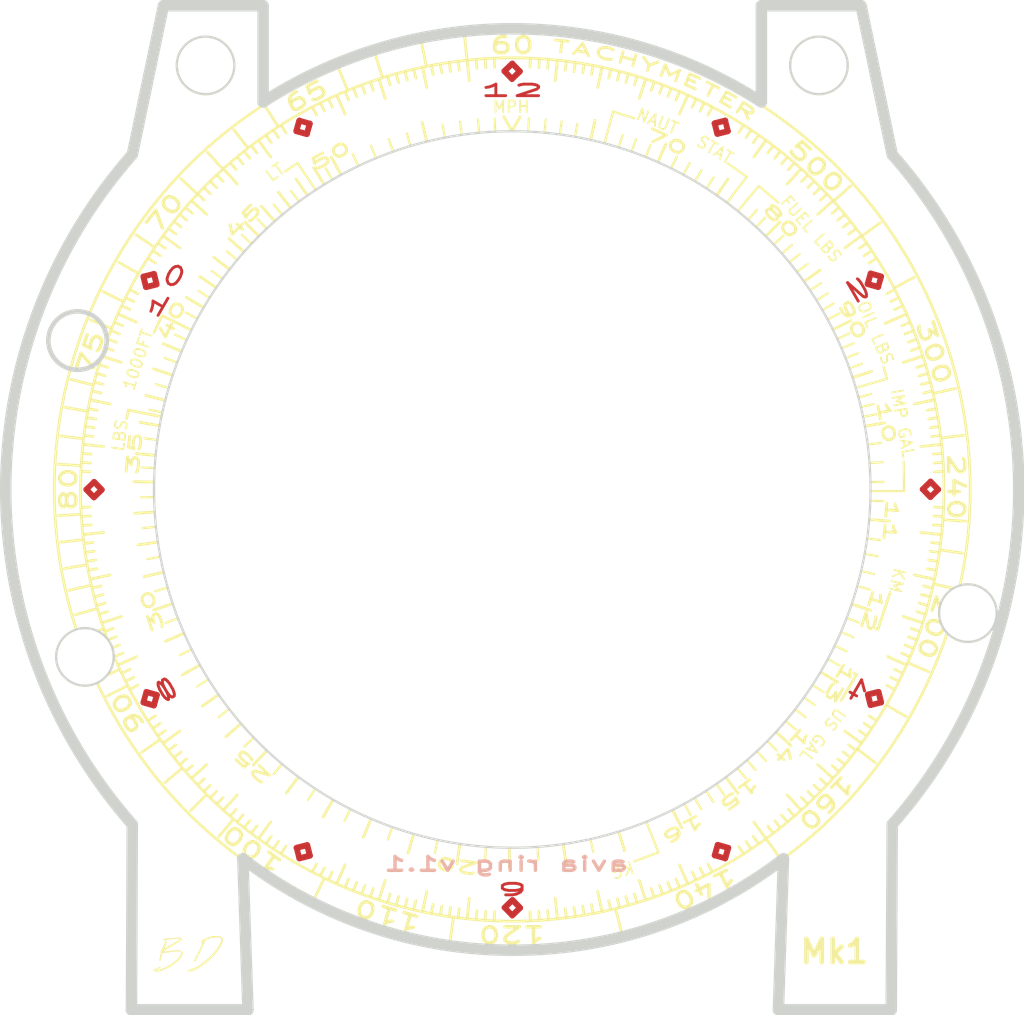
<source format=kicad_pcb>
(kicad_pcb (version 20211014) (generator pcbnew)
  (layers (0 "F.Cu" signal) (31 "B.Cu" signal) (34 "B.Paste" user) (35 "F.Paste" user) (36 "B.SilkS" user "B.Silkscreen") (37 "F.SilkS" user "F.Silkscreen") (38 "B.Mask" user) (39 "F.Mask" user) (44 "Edge.Cuts" user))
  (net 0 "")
  (footprint "BartLib_Logo:BD_small 3.5x2.6" (layer "F.Cu") (at 137.069147 115.256866)
    (fp_text reference "G***" hide)
    (fp_text value "LOGO" hide)
  )
  (gr_line (start 160.39 111.12147) (end 160.519449 110.665682) (layer "F.Cu") (width 0.25))
  (gr_line (start 166.702021 104.465788) (end 166.586233 104.006339) (layer "F.Cu") (width 0.25))
  (gr_line (start 166.705682 85.720551) (end 166.576233 86.176339) (layer "F.Cu") (width 0.25))
  (gr_line (start 151.14 113.6) (end 151.48 113.27) (layer "F.Cu") (width 0.25))
  (gr_line (start 160.39 79.07853) (end 159.930551 79.194318) (layer "F.Cu") (width 0.25))
  (gr_line (start 150.81 113.26) (end 151.15 112.93) (layer "F.Cu") (width 0.25))
  (gr_line (start 169.64 95.1) (end 169.31 94.76) (layer "F.Cu") (width 0.25))
  (gr_line (start 159.934212 110.992021) (end 160.063661 110.536233) (layer "F.Cu") (width 0.25))
  (gr_line (start 151.14 113.6) (end 151.48 113.27) (layer "F.Cu") (width 0.25))
  (gr_line (start 166.705682 85.720551) (end 166.576233 86.176339) (layer "F.Cu") (width 0.25))
  (gr_line (start 160.39 111.12147) (end 160.519449 110.665682) (layer "F.Cu") (width 0.25))
  (gr_line (start 160.39 79.07853) (end 159.930551 79.194318) (layer "F.Cu") (width 0.25))
  (gr_line (start 167.16147 104.35) (end 167.045682 103.890551) (layer "F.Cu") (width 0.25))
  (gr_line (start 132.64 95.1) (end 132.98 94.77) (layer "F.Cu") (width 0.25))
  (gr_line (start 151.14 76.6) (end 151.47 76.94) (layer "F.Cu") (width 0.25))
  (gr_line (start 160.519449 110.665682) (end 160.063661 110.536233) (layer "F.Cu") (width 0.25))
  (gr_line (start 135.577979 85.734212) (end 135.693767 86.193661) (layer "F.Cu") (width 0.25))
  (gr_line (start 169.64 95.1) (end 169.3 95.43) (layer "F.Cu") (width 0.25))
  (gr_line (start 167.16147 85.85) (end 166.705682 85.720551) (layer "F.Cu") (width 0.25))
  (gr_line (start 135.11853 85.85) (end 135.577979 85.734212) (layer "F.Cu") (width 0.25))
  (gr_line (start 142.349449 111.005682) (end 142.233661 110.546233) (layer "F.Cu") (width 0.25))
  (gr_line (start 142.345788 79.207979) (end 142.216339 79.663767) (layer "F.Cu") (width 0.25))
  (gr_line (start 141.774212 110.662021) (end 142.233661 110.546233) (layer "F.Cu") (width 0.25))
  (gr_line (start 150.8 76.93) (end 151.13 77.27) (layer "F.Cu") (width 0.25))
  (gr_line (start 169.64 95.1) (end 169.31 94.76) (layer "F.Cu") (width 0.25))
  (gr_line (start 135.247979 103.894212) (end 135.703767 104.023661) (layer "F.Cu") (width 0.25))
  (gr_line (start 135.247979 103.894212) (end 135.703767 104.023661) (layer "F.Cu") (width 0.25))
  (gr_line (start 167.16147 104.35) (end 166.702021 104.465788) (layer "F.Cu") (width 0.25))
  (gr_line (start 141.89 111.12147) (end 142.349449 111.005682) (layer "F.Cu") (width 0.25))
  (gr_line (start 160.39 111.12147) (end 160.519449 110.665682) (layer "F.Cu") (width 0.25))
  (gr_line (start 142.349449 111.005682) (end 142.233661 110.546233) (layer "F.Cu") (width 0.25))
  (gr_line (start 160.39 79.07853) (end 159.930551 79.194318) (layer "F.Cu") (width 0.25))
  (gr_line (start 135.11853 85.85) (end 135.234318 86.309449) (layer "F.Cu") (width 0.25))
  (gr_line (start 167.032021 86.305788) (end 166.576233 86.176339) (layer "F.Cu") (width 0.25))
  (gr_line (start 132.98 94.77) (end 133.31 95.11) (layer "F.Cu") (width 0.25))
  (gr_line (start 132.98 94.77) (end 133.31 95.11) (layer "F.Cu") (width 0.25))
  (gr_line (start 167.032021 86.305788) (end 166.576233 86.176339) (layer "F.Cu") (width 0.25))
  (gr_line (start 160.39 111.12147) (end 159.934212 110.992021) (layer "F.Cu") (width 0.25))
  (gr_line (start 151.14 113.6) (end 150.81 113.26) (layer "F.Cu") (width 0.25))
  (gr_line (start 151.14 76.6) (end 150.8 76.93) (layer "F.Cu") (width 0.25))
  (gr_line (start 141.774212 110.662021) (end 142.233661 110.546233) (layer "F.Cu") (width 0.25))
  (gr_line (start 132.64 95.1) (end 132.97 95.44) (layer "F.Cu") (width 0.25))
  (gr_line (start 141.760551 79.534318) (end 142.216339 79.663767) (layer "F.Cu") (width 0.25))
  (gr_line (start 151.47 76.94) (end 151.13 77.27) (layer "F.Cu") (width 0.25))
  (gr_line (start 135.577979 85.734212) (end 135.693767 86.193661) (layer "F.Cu") (width 0.25))
  (gr_line (start 151.48 113.27) (end 151.15 112.93) (layer "F.Cu") (width 0.25))
  (gr_line (start 150.81 113.26) (end 151.15 112.93) (layer "F.Cu") (width 0.25))
  (gr_line (start 141.89 79.07853) (end 141.760551 79.534318) (layer "F.Cu") (width 0.25))
  (gr_line (start 135.574318 104.479449) (end 135.703767 104.023661) (layer "F.Cu") (width 0.25))
  (gr_line (start 151.47 76.94) (end 151.13 77.27) (layer "F.Cu") (width 0.25))
  (gr_line (start 132.64 95.1) (end 132.97 95.44) (layer "F.Cu") (width 0.25))
  (gr_line (start 159.934212 110.992021) (end 160.063661 110.536233) (layer "F.Cu") (width 0.25))
  (gr_line (start 159.930551 79.194318) (end 160.046339 79.653767) (layer "F.Cu") (width 0.25))
  (gr_line (start 132.64 95.1) (end 132.97 95.44) (layer "F.Cu") (width 0.25))
  (gr_line (start 160.505788 79.537979) (end 160.046339 79.653767) (layer "F.Cu") (width 0.25))
  (gr_line (start 167.032021 86.305788) (end 166.576233 86.176339) (layer "F.Cu") (width 0.25))
  (gr_line (start 135.234318 86.309449) (end 135.693767 86.193661) (layer "F.Cu") (width 0.25))
  (gr_line (start 135.11853 104.35) (end 135.574318 104.479449) (layer "F.Cu") (width 0.25))
  (gr_line (start 160.519449 110.665682) (end 160.063661 110.536233) (layer "F.Cu") (width 0.25))
  (gr_line (start 150.81 113.26) (end 151.15 112.93) (layer "F.Cu") (width 0.25))
  (gr_line (start 151.48 113.27) (end 151.15 112.93) (layer "F.Cu") (width 0.25))
  (gr_line (start 166.702021 104.465788) (end 166.586233 104.006339) (layer "F.Cu") (width 0.25))
  (gr_line (start 169.31 94.76) (end 168.97 95.09) (layer "F.Cu") (width 0.25))
  (gr_line (start 135.234318 86.309449) (end 135.693767 86.193661) (layer "F.Cu") (width 0.25))
  (gr_line (start 169.3 95.43) (end 168.97 95.09) (layer "F.Cu") (width 0.25))
  (gr_line (start 167.16147 85.85) (end 167.032021 86.305788) (layer "F.Cu") (width 0.25))
  (gr_line (start 141.89 111.12147) (end 142.349449 111.005682) (layer "F.Cu") (width 0.25))
  (gr_line (start 141.89 79.07853) (end 142.345788 79.207979) (layer "F.Cu") (width 0.25))
  (gr_line (start 167.045682 103.890551) (end 166.586233 104.006339) (layer "F.Cu") (width 0.25))
  (gr_line (start 141.760551 79.534318) (end 142.216339 79.663767) (layer "F.Cu") (width 0.25))
  (gr_line (start 135.11853 104.35) (end 135.247979 103.894212) (layer "F.Cu") (width 0.25))
  (gr_line (start 167.16147 104.35) (end 167.045682 103.890551) (layer "F.Cu") (width 0.25))
  (gr_line (start 141.89 79.07853) (end 141.760551 79.534318) (layer "F.Cu") (width 0.25))
  (gr_line (start 142.345788 79.207979) (end 142.216339 79.663767) (layer "F.Cu") (width 0.25))
  (gr_line (start 167.16147 104.35) (end 167.045682 103.890551) (layer "F.Cu") (width 0.25))
  (gr_line (start 167.045682 103.890551) (end 166.586233 104.006339) (layer "F.Cu") (width 0.25))
  (gr_line (start 151.48 113.27) (end 151.15 112.93) (layer "F.Cu") (width 0.25))
  (gr_line (start 132.97 95.44) (end 133.31 95.11) (layer "F.Cu") (width 0.25))
  (gr_line (start 169.31 94.76) (end 168.97 95.09) (layer "F.Cu") (width 0.25))
  (gr_line (start 160.39 79.07853) (end 160.505788 79.537979) (layer "F.Cu") (width 0.25))
  (gr_line (start 169.3 95.43) (end 168.97 95.09) (layer "F.Cu") (width 0.25))
  (gr_line (start 135.247979 103.894212) (end 135.703767 104.023661) (layer "F.Cu") (width 0.25))
  (gr_line (start 166.702021 104.465788) (end 166.586233 104.006339) (layer "F.Cu") (width 0.25))
  (gr_line (start 151.47 76.94) (end 151.13 77.27) (layer "F.Cu") (width 0.25))
  (gr_line (start 132.98 94.77) (end 133.31 95.11) (layer "F.Cu") (width 0.25))
  (gr_line (start 166.705682 85.720551) (end 166.576233 86.176339) (layer "F.Cu") (width 0.25))
  (gr_line (start 135.574318 104.479449) (end 135.703767 104.023661) (layer "F.Cu") (width 0.25))
  (gr_line (start 135.234318 86.309449) (end 135.693767 86.193661) (layer "F.Cu") (width 0.25))
  (gr_line (start 141.89 111.12147) (end 141.774212 110.662021) (layer "F.Cu") (width 0.25))
  (gr_line (start 135.11853 85.85) (end 135.234318 86.309449) (layer "F.Cu") (width 0.25))
  (gr_line (start 142.345788 79.207979) (end 142.216339 79.663767) (layer "F.Cu") (width 0.25))
  (gr_line (start 135.11853 104.35) (end 135.574318 104.479449) (layer "F.Cu") (width 0.25))
  (gr_line (start 151.14 76.6) (end 150.8 76.93) (layer "F.Cu") (width 0.25))
  (gr_line (start 141.89 79.07853) (end 141.760551 79.534318) (layer "F.Cu") (width 0.25))
  (gr_line (start 135.577979 85.734212) (end 135.693767 86.193661) (layer "F.Cu") (width 0.25))
  (gr_line (start 160.505788 79.537979) (end 160.046339 79.653767) (layer "F.Cu") (width 0.25))
  (gr_line (start 141.760551 79.534318) (end 142.216339 79.663767) (layer "F.Cu") (width 0.25))
  (gr_line (start 132.97 95.44) (end 133.31 95.11) (layer "F.Cu") (width 0.25))
  (gr_line (start 135.11853 104.35) (end 135.574318 104.479449) (layer "F.Cu") (width 0.25))
  (gr_line (start 151.14 76.6) (end 150.8 76.93) (layer "F.Cu") (width 0.25))
  (gr_line (start 160.505788 79.537979) (end 160.046339 79.653767) (layer "F.Cu") (width 0.25))
  (gr_line (start 135.11853 85.85) (end 135.234318 86.309449) (layer "F.Cu") (width 0.25))
  (gr_line (start 142.349449 111.005682) (end 142.233661 110.546233) (layer "F.Cu") (width 0.25))
  (gr_line (start 169.64 95.1) (end 169.31 94.76) (layer "F.Cu") (width 0.25))
  (gr_line (start 141.774212 110.662021) (end 142.233661 110.546233) (layer "F.Cu") (width 0.25))
  (gr_line (start 167.16147 85.85) (end 166.705682 85.720551) (layer "F.Cu") (width 0.25))
  (gr_line (start 167.16147 85.85) (end 166.705682 85.720551) (layer "F.Cu") (width 0.25))
  (gr_line (start 159.930551 79.194318) (end 160.046339 79.653767) (layer "F.Cu") (width 0.25))
  (gr_line (start 167.045682 103.890551) (end 166.586233 104.006339) (layer "F.Cu") (width 0.25))
  (gr_line (start 132.97 95.44) (end 133.31 95.11) (layer "F.Cu") (width 0.25))
  (gr_line (start 141.89 111.12147) (end 142.349449 111.005682) (layer "F.Cu") (width 0.25))
  (gr_line (start 169.31 94.76) (end 168.97 95.09) (layer "F.Cu") (width 0.25))
  (gr_line (start 135.574318 104.479449) (end 135.703767 104.023661) (layer "F.Cu") (width 0.25))
  (gr_line (start 159.930551 79.194318) (end 160.046339 79.653767) (layer "F.Cu") (width 0.25))
  (gr_line (start 150.8 76.93) (end 151.13 77.27) (layer "F.Cu") (width 0.25))
  (gr_line (start 169.3 95.43) (end 168.97 95.09) (layer "F.Cu") (width 0.25))
  (gr_line (start 160.519449 110.665682) (end 160.063661 110.536233) (layer "F.Cu") (width 0.25))
  (gr_line (start 151.14 113.6) (end 151.48 113.27) (layer "F.Cu") (width 0.25))
  (gr_line (start 150.8 76.93) (end 151.13 77.27) (layer "F.Cu") (width 0.25))
  (gr_line (start 159.934212 110.992021) (end 160.063661 110.536233) (layer "F.Cu") (width 0.25))
  (gr_line (start 161.186765 110.931168) (end 160.971554 110.593968) (layer "F.SilkS") (width 0.12))
  (gr_line (start 155.421584 113.354627) (end 155.329238 112.965408) (layer "F.SilkS") (width 0.12))
  (gr_line (start 134.011002 102.726321) (end 134.376023 102.562678) (layer "F.SilkS") (width 0.12))
  (gr_line (start 134.47 91.65) (end 134.39 92.02) (layer "F.SilkS") (width 0.12))
  (gr_line (start 156.559353 113.049763) (end 156.44275 112.66711) (layer "F.SilkS") (width 0.12))
  (gr_line (start 169.873576 94.314831) (end 169.473947 94.332609) (layer "F.SilkS") (width 0.12))
  (gr_line (start 157.17675 110.067311) (end 157.49 110.86) (layer "F.SilkS") (width 0.1))
  (gr_line (start 169.787308 97.059911) (end 168.892215 96.965833) (layer "F.SilkS") (width 0.12))
  (gr_circle (center 164.46 76.68) (end 165.66 76.68) (layer "F.SilkS") (width 0.2) (fill none))
  (gr_line (start 168.105528 87.116628) (end 167.744014 87.28788) (layer "F.SilkS") (width 0.12))
  (gr_line (start 147.626596 76.682091) (end 147.702563 77.074836) (layer "F.SilkS") (width 0.12))
  (gr_line (start 153.099911 113.747308) (end 153.057075 113.349584) (layer "F.SilkS") (width 0.12))
  (gr_line (start 161.186765 79.268832) (end 160.97329 79.607133) (layer "F.SilkS") (width 0.12))
  (gr_line (start 136.692859 83.148286) (end 137.001737 83.402478) (layer "F.SilkS") (width 0.12))
  (gr_line (start 144.973743 112.807079) (end 145.104326 112.428969) (layer "F.SilkS") (width 0.12))
  (gr_line (start 162.786535 109.79427) (end 162.537256 109.481413) (layer "F.SilkS") (width 0.12))
  (gr_line (start 166.971168 105.146765) (end 166.632867 104.93329) (layer "F.SilkS") (width 0.12))
  (gr_line (start 169.48029 98.998349) (end 169.088795 98.916185) (layer "F.SilkS") (width 0.12))
  (gr_line (start 168.847079 101.266257) (end 168.468969 101.135674) (layer "F.SilkS") (width 0.12))
  (gr_line (start 169.300957 90.437059) (end 168.913757 90.537536) (layer "F.SilkS") (width 0.12))
  (gr_line (start 169.557909 98.613404) (end 169.164779 98.539457) (layer "F.SilkS") (width 0.12))
  (gr_line (start 142.80308 111.894616) (end 142.980024 111.535854) (layer "F.SilkS") (width 0.12))
  (gr_line (start 166.757292 105.476104) (end 166.423535 105.255591) (layer "F.SilkS") (width 0.12))
  (gr_line (start 166.612771 90.523857) (end 167.418221 90.291394) (layer "F.SilkS") (width 0.1))
  (gr_line (start 132.492692 97.059911) (end 133.387785 96.965833) (layer "F.SilkS") (width 0.12))
  (gr_line (start 162.476247 80.165046) (end 162.235212 80.484298) (layer "F.SilkS") (width 0.12))
  (gr_line (start 132.979043 90.437059) (end 133.366754 90.535545) (layer "F.SilkS") (width 0.12))
  (gr_line (start 155.52 78.69) (end 156.45 78.98) (layer "F.SilkS") (width 0.1))
  (gr_line (start 146.097747 113.15932) (end 146.204331 112.773756) (layer "F.SilkS") (width 0.12))
  (gr_line (start 154.653404 113.517909) (end 154.577437 113.125164) (layer "F.SilkS") (width 0.12))
  (gr_line (start 168.847079 88.933743) (end 168.469645 89.066268) (layer "F.SilkS") (width 0.12))
  (gr_line (start 158.766321 112.228998) (end 158.602678 111.863977) (layer "F.SilkS") (width 0.12))
  (gr_line (start 135.308832 85.053235) (end 135.647133 85.26671) (layer "F.SilkS") (width 0.12))
  (gr_line (start 134.174472 103.083372) (end 134.535986 102.91212) (layer "F.SilkS") (width 0.12))
  (gr_line (start 165.587141 107.051714) (end 165.278263 106.797522) (layer "F.SilkS") (width 0.12))
  (gr_line (start 147.241651 76.75971) (end 147.325826 77.150778) (layer "F.SilkS") (width 0.12))
  (gr_line (start 168.972332 100.894076) (end 168.59157 100.77144) (layer "F.SilkS") (width 0.12))
  (gr_line (start 133.565941 101.635734) (end 133.940517 101.495334) (layer "F.SilkS") (width 0.12))
  (gr_line (start 132.79971 98.998349) (end 133.190778 98.914174) (layer "F.SilkS") (width 0.12))
  (gr_line (start 169.787308 97.059911) (end 169.389369 97.01912) (layer "F.SilkS") (width 0.12))
  (gr_line (start 166.309087 84.079013) (end 165.580953 84.608033) (layer "F.SilkS") (width 0.12))
  (gr_line (start 163.391651 80.906325) (end 163.131046 81.209812) (layer "F.SilkS") (width 0.12))
  (gr_line (start 133.307668 100.894076) (end 133.687795 100.769484) (layer "F.SilkS") (width 0.12))
  (gr_line (start 143.513679 77.971002) (end 143.879751 78.793214) (layer "F.SilkS") (width 0.12))
  (gr_line (start 149.180089 113.747308) (end 149.274167 112.852215) (layer "F.SilkS") (width 0.12))
  (gr_line (start 144.237656 77.66667) (end 144.38587 78.038224) (layer "F.SilkS") (width 0.12))
  (gr_line (start 133.307668 100.894076) (end 134.163641 100.615954) (layer "F.SilkS") (width 0.12))
  (gr_line (start 162.160987 110.269087) (end 161.925028 109.946066) (layer "F.SilkS") (width 0.12))
  (gr_line (start 155.3 79.51) (end 155.52 78.69) (layer "F.SilkS") (width 0.1))
  (gr_line (start 135.9 91.94) (end 134.47 91.65) (layer "F.SilkS") (width 0.12))
  (gr_line (start 168.714059 88.564266) (end 168.339483 88.704666) (layer "F.SilkS") (width 0.12))
  (gr_line (start 149.180089 76.452692) (end 149.274167 77.347785) (layer "F.SilkS") (width 0.12))
  (gr_line (start 160.813519 82.183576) (end 161.33 81.52) (layer "F.SilkS") (width 0.1))
  (gr_line (start 145.720647 113.049763) (end 145.835282 112.666516) (layer "F.SilkS") (width 0.12))
  (gr_line (start 132.722091 98.613404) (end 133.114836 98.537437) (layer "F.SilkS") (width 0.12))
  (gr_line (start 144.973743 77.392921) (end 145.106268 77.770355) (layer "F.SilkS") (width 0.12))
  (gr_line (start 168.972332 89.305924) (end 168.592205 89.430516) (layer "F.SilkS") (width 0.12))
  (gr_line (start 164.536379 81.981296) (end 164.251293 82.261912) (layer "F.SilkS") (width 0.12))
  (gr_line (start 166.971168 85.053235) (end 166.633968 85.268446) (layer "F.SilkS") (width 0.12))
  (gr_line (start 142.453189 78.483663) (end 142.639429 78.837689) (layer "F.SilkS") (width 0.12))
  (gr_line (start 141.093235 110.931168) (end 141.30671 110.592867) (layer "F.SilkS") (width 0.12))
  (gr_line (start 132.652552 91.973082) (end 133.047145 92.03878) (layer "F.SilkS") (width 0.12))
  (gr_line (start 132.537827 97.450001) (end 132.934567 97.398845) (layer "F.SilkS") (width 0.12))
  (gr_line (start 132.79971 91.201651) (end 133.191205 91.283815) (layer "F.SilkS") (width 0.12))
  (gr_line (start 169.742173 97.450001) (end 169.345175 97.400885) (layer "F.SilkS") (width 0.12))
  (gr_line (start 164.536379 108.218704) (end 164.249854 107.939557) (layer "F.SilkS") (width 0.12))
  (gr_line (start 138.888349 109.293675) (end 139.148954 108.990188) (layer "F.SilkS") (width 0.12))
  (gr_line (start 156.934076 112.932332) (end 156.809484 112.552205) (layer "F.SilkS") (width 0.12))
  (gr_line (start 169.824264 93.531039) (end 169.42573 93.565536) (layer "F.SilkS") (width 0.12))
  (gr_line (start 146.858416 76.845373) (end 146.950762 77.234592) (layer "F.SilkS") (width 0.12))
  (gr_line (start 163.686214 81.166017) (end 163.41931 81.46398) (layer "F.SilkS") (width 0.12))
  (gr_line (start 164.258704 108.496379) (end 163.978088 108.211293) (layer "F.SilkS") (width 0.12))
  (gr_line (start 140.439107 79.703433) (end 140.66825 80.031325) (layer "F.SilkS") (width 0.12))
  (gr_line (start 133.307668 89.305924) (end 134.163641 89.584046) (layer "F.SilkS") (width 0.12))
  (gr_line (start 136.205046 106.436247) (end 136.523055 106.193575) (layer "F.SilkS") (width 0.12))
  (gr_line (start 135.522708 84.723896) (end 135.856465 84.944409) (layer "F.SilkS") (width 0.12))
  (gr_line (start 161.3 82.57) (end 161.85 81.92) (layer "F.SilkS") (width 0.1))
  (gr_line (start 138.888349 80.906325) (end 139.15051 81.208469) (layer "F.SilkS") (width 0.12))
  (gr_line (start 166.536567 84.399107) (end 166.208675 84.62825) (layer "F.SilkS") (width 0.12))
  (gr_line (start 133.70667 102.002344) (end 134.078224 101.85413) (layer "F.SilkS") (width 0.12))
  (gr_line (start 168.16 95.17) (end 168.14 93.88) (layer "F.SilkS") (width 0.1))
  (gr_line (start 169.394627 90.818416) (end 169.005408 90.910762) (layer "F.SilkS") (width 0.12))
  (gr_line (start 162.476247 110.034954) (end 162.233575 109.716945) (layer "F.SilkS") (width 0.12))
  (gr_line (start 167.756337 103.786811) (end 167.401359 103.602393) (layer "F.SilkS") (width 0.12))
  (gr_line (start 157.675734 77.525941) (end 157.537261 77.901234) (layer "F.SilkS") (width 0.12))
  (gr_line (start 150.354831 113.833576) (end 150.370555 113.433861) (layer "F.SilkS") (width 0.12))
  (gr_line (start 145.720647 77.150237) (end 145.83725 77.53289) (layer "F.SilkS") (width 0.12))
  (gr_line (start 166.93 101.14) (end 167.02 101.18) (layer "F.SilkS") (width 0.12))
  (gr_line (start 132.492692 93.140089) (end 133.387785 93.234167) (layer "F.SilkS") (width 0.12))
  (gr_line (start 168.268998 102.726321) (end 167.446786 102.360249) (layer "F.SilkS") (width 0.12))
  (gr_line (start 155.038349 76.75971) (end 154.956185 77.151205) (layer "F.SilkS") (width 0.12))
  (gr_line (start 134.011002 102.726321) (end 134.833214 102.360249) (layer "F.SilkS") (width 0.12))
  (gr_line (start 135.970913 84.079013) (end 136.295143 84.313309) (layer "F.SilkS") (width 0.12))
  (gr_line (start 168.268998 87.473679) (end 167.903977 87.637322) (layer "F.SilkS") (width 0.12))
  (gr_line (start 158.766321 77.971002) (end 158.604556 78.336859) (layer "F.SilkS") (width 0.12))
  (gr_line (start 149.571039 113.784264) (end 149.603488 113.385558) (layer "F.SilkS") (width 0.12))
  (gr_line (start 169.787308 93.140089) (end 169.389584 93.182925) (layer "F.SilkS") (width 0.12))
  (gr_line (start 148.789999 76.497827) (end 148.841155 76.894567) (layer "F.SilkS") (width 0.12))
  (gr_line (start 166.309087 106.120987) (end 165.984857 105.886691) (layer "F.SilkS") (width 0.12))
  (gr_line (start 132.537827 92.749999) (end 132.934825 92.799115) (layer "F.SilkS") (width 0.12))
  (gr_line (start 161.85 81.92) (end 162.7 82.64) (layer "F.SilkS") (width 0.1))
  (gr_line (start 164.808179 82.264726) (end 164.517278 82.53931) (layer "F.SilkS") (width 0.12))
  (gr_line (start 153.490001 113.702173) (end 153.438845 113.305433) (layer "F.SilkS") (width 0.12))
  (gr_line (start 138.593786 81.166017) (end 139.196019 81.834864) (layer "F.SilkS") (width 0.12))
  (gr_line (start 166.074954 106.436247) (end 165.755702 106.195212) (layer "F.SilkS") (width 0.12))
  (gr_line (start 156.559353 77.150237) (end 156.444718 77.533484) (layer "F.SilkS") (width 0.12))
  (gr_line (start 141.81 80.92) (end 141.27 81.29) (layer "F.SilkS") (width 0.1))
  (gr_line (start 169.742173 92.749999) (end 169.345433 92.801155) (layer "F.SilkS") (width 0.12))
  (gr_line (start 166.309087 84.079013) (end 165.986066 84.314972) (layer "F.SilkS") (width 0.12))
  (gr_line (start 140.439107 110.496567) (end 140.666561 110.167502) (layer "F.SilkS") (width 0.12))
  (gr_circle (center 170.93 100.47) (end 172.13 100.47) (layer "F.SilkS") (width 0.2) (fill none))
  (gr_line (start 134.523663 86.413189) (end 134.878641 86.597607) (layer "F.SilkS") (width 0.12))
  (gr_line (start 169.394627 99.381584) (end 169.004938 99.291239) (layer "F.SilkS") (width 0.12))
  (gr_line (start 134.345384 86.76308) (end 134.704146 86.940024) (layer "F.SilkS") (width 0.12))
  (gr_line (start 155.802941 113.260957) (end 155.702464 112.873757) (layer "F.SilkS") (width 0.12))
  (gr_line (start 169.824264 96.668961) (end 169.425558 96.636512) (layer "F.SilkS") (width 0.12))
  (gr_line (start 166.074954 83.763753) (end 165.756945 84.006425) (layer "F.SilkS") (width 0.12))
  (gr_line (start 132.979043 99.762941) (end 133.366243 99.662464) (layer "F.SilkS") (width 0.12))
  (gr_line (start 145.345924 112.932332) (end 145.46856 112.55157) (layer "F.SilkS") (width 0.12))
  (gr_line (start 168.57333 102.002344) (end 168.20102 101.856042) (layer "F.SilkS") (width 0.12))
  (gr_line (start 136.692859 107.051714) (end 137.000427 106.795938) (layer "F.SilkS") (width 0.12))
  (gr_line (start 169.300957 99.762941) (end 168.913246 99.664455) (layer "F.SilkS") (width 0.12))
  (gr_line (start 162.160987 79.930913) (end 161.631967 80.659047) (layer "F.SilkS") (width 0.12))
  (gr_line (start 163.975274 108.768179) (end 163.70069 108.477278) (layer "F.SilkS") (width 0.12))
  (gr_line (start 169.627448 91.973082) (end 169.233198 92.040807) (layer "F.SilkS") (width 0.12))
  (gr_line (start 145.345924 77.267668) (end 145.470516 77.647795) (layer "F.SilkS") (width 0.12))
  (gr_line (start 140.119013 110.269087) (end 140.353309 109.944857) (layer "F.SilkS") (width 0.12))
  (gr_line (start 169.873576 95.885169) (end 169.473861 95.869445) (layer "F.SilkS") (width 0.12))
  (gr_line (start 137.206017 82.553786) (end 137.874864 83.156019) (layer "F.SilkS") (width 0.12))
  (gr_line (start 165.073983 107.646214) (end 164.405136 107.043981) (layer "F.SilkS") (width 0.12))
  (gr_line (start 154.266918 113.587448) (end 154.199193 113.193198) (layer "F.SilkS") (width 0.12))
  (gr_line (start 169.089763 100.519353) (end 168.706516 100.404718) (layer "F.SilkS") (width 0.12))
  (gr_line (start 156.934076 77.267668) (end 156.655954 78.123641) (layer "F.SilkS") (width 0.12))
  (gr_line (start 169.48029 91.201651) (end 168.599935 91.388776) (layer "F.SilkS") (width 0.12))
  (gr_line (start 154.653404 76.682091) (end 154.579457 77.075221) (layer "F.SilkS") (width 0.12))
  (gr_line (start 157.306257 112.807079) (end 157.173732 112.429645) (layer "F.SilkS") (width 0.12))
  (gr_line (start 136.205046 83.763753) (end 136.524298 84.004788) (layer "F.SilkS") (width 0.12))
  (gr_line (start 135.743433 84.399107) (end 136.072498 84.626561) (layer "F.SilkS") (width 0.12))
  (gr_line (start 136.946325 82.848349) (end 137.249812 83.108954) (layer "F.SilkS") (width 0.12))
  (gr_line (start 148.40094 113.648879) (end 148.45836 113.252997) (layer "F.SilkS") (width 0.12))
  (gr_line (start 137.206017 82.553786) (end 137.50398 82.82069) (layer "F.SilkS") (width 0.12))
  (gr_line (start 153.87906 76.551121) (end 153.82164 76.947003) (layer "F.SilkS") (width 0.12))
  (gr_line (start 132.406424 95.885169) (end 132.806053 95.867391) (layer "F.SilkS") (width 0.12))
  (gr_line (start 153.87906 113.648879) (end 153.819606 113.253297) (layer "F.SilkS") (width 0.12))
  (gr_line (start 167.02 101.18) (end 167.55 99.58) (layer "F.SilkS") (width 0.12))
  (gr_line (start 149.571039 76.415736) (end 149.605536 76.81427) (layer "F.SilkS") (width 0.12))
  (gr_line (start 133.70667 88.197656) (end 134.07898 88.343958) (layer "F.SilkS") (width 0.12))
  (gr_line (start 169.089763 89.680647) (end 168.70711 89.79725) (layer "F.SilkS") (width 0.12))
  (gr_line (start 132.79971 98.998349) (end 133.680065 98.811224) (layer "F.SilkS") (width 0.12))
  (gr_line (start 166.095 103.14) (end 165.425 104.26) (layer "F.SilkS") (width 0.12))
  (gr_circle (center 151.14 95.1) (end 151.11 76.35) (layer "F.SilkS") (width 0.12) (fill none))
  (gr_line (start 166.309087 106.120987) (end 165.580953 105.591967) (layer "F.SilkS") (width 0.12))
  (gr_line (start 169.19932 90.057747) (end 168.814309 90.166311) (layer "F.SilkS") (width 0.12))
  (gr_line (start 148.013082 113.587448) (end 148.07878 113.192855) (layer "F.SilkS") (width 0.12))
  (gr_line (start 137.206017 107.646214) (end 137.874864 107.043981) (layer "F.SilkS") (width 0.12))
  (gr_line (start 165.587141 83.148286) (end 165.279573 83.404062) (layer "F.SilkS") (width 0.12))
  (gr_line (start 152.708961 113.784264) (end 152.674464 113.38573) (layer "F.SilkS") (width 0.12))
  (gr_line (start 142.28 81.61) (end 141.81 80.92) (layer "F.SilkS") (width 0.1))
  (gr_line (start 135.308832 105.146765) (end 135.646032 104.931554) (layer "F.SilkS") (width 0.12))
  (gr_line (start 140.119013 79.930913) (end 140.648033 80.659047) (layer "F.SilkS") (width 0.12))
  (gr_line (start 161.516104 79.482708) (end 161.295591 79.816465) (layer "F.SilkS") (width 0.12))
  (gr_line (start 138.593786 109.033983) (end 138.86069 108.73602) (layer "F.SilkS") (width 0.12))
  (gr_line (start 139.188286 80.652859) (end 139.444062 80.960427) (layer "F.SilkS") (width 0.12))
  (gr_line (start 169.48029 91.201651) (end 169.089222 91.285826) (layer "F.SilkS") (width 0.12))
  (gr_line (start 161.516104 110.717292) (end 161.293878 110.384673) (layer "F.SilkS") (width 0.12))
  (gr_line (start 163.391651 109.293675) (end 163.12949 108.991531) (layer "F.SilkS") (width 0.12))
  (gr_line (start 133.190237 89.680647) (end 133.573484 89.795282) (layer "F.SilkS") (width 0.12))
  (gr_line (start 155.038349 76.75971) (end 154.851224 77.640065) (layer "F.SilkS") (width 0.12))
  (gr_line (start 136.44573 83.453465) (end 136.759864 83.701133) (layer "F.SilkS") (width 0.12))
  (gr_line (start 133.307668 89.305924) (end 133.68843 89.42856) (layer "F.SilkS") (width 0.12))
  (gr_line (start 148.789999 113.702173) (end 148.839115 113.305175) (layer "F.SilkS") (width 0.12))
  (gr_line (start 165.97 103.07) (end 166.095 103.14) (layer "F.SilkS") (width 0.12))
  (gr_line (start 158.042344 112.53333) (end 157.89413 112.161776) (layer "F.SilkS") (width 0.12))
  (gr_line (start 169.627448 98.226918) (end 169.232855 98.16122) (layer "F.SilkS") (width 0.12))
  (gr_line (start 165.333675 107.351651) (end 165.030188 107.091046) (layer "F.SilkS") (width 0.12))
  (gr_line (start 150.77 78.9) (end 151.13 79.53) (layer "F.SilkS") (width 0.12))
  (gr_line (start 161.840893 79.703433) (end 161.613439 80.032498) (layer "F.SilkS") (width 0.12))
  (gr_line (start 168.424955 87.834074) (end 168.056587 87.990037) (layer "F.SilkS") (width 0.12))
  (gr_line (start 155.038349 113.44029) (end 154.851224 112.559935) (layer "F.SilkS") (width 0.12))
  (gr_line (start 138.304726 108.768179) (end 138.577811 108.475871) (layer "F.SilkS") (width 0.12))
  (gr_line (start 133.432921 101.266257) (end 133.810355 101.133732) (layer "F.SilkS") (width 0.12))
  (gr_line (start 146.097747 77.04068) (end 146.206311 77.425691) (layer "F.SilkS") (width 0.12))
  (gr_line (start 133.565941 88.564266) (end 133.941234 88.702739) (layer "F.SilkS") (width 0.12))
  (gr_line (start 132.455736 93.531039) (end 132.854442 93.563488) (layer "F.SilkS") (width 0.12))
  (gr_line (start 150.354831 76.366424) (end 150.372609 76.766053) (layer "F.SilkS") (width 0.12))
  (gr_line (start 168.57333 88.197656) (end 168.201776 88.34587) (layer "F.SilkS") (width 0.12))
  (gr_line (start 133.08068 90.057747) (end 133.466244 90.164331) (layer "F.SilkS") (width 0.12))
  (gr_line (start 166.757292 84.723896) (end 166.424673 84.946122) (layer "F.SilkS") (width 0.12))
  (gr_line (start 165.83427 83.453465) (end 165.521413 83.702744) (layer "F.SilkS") (width 0.12))
  (gr_line (start 165.073983 82.553786) (end 164.405136 83.156019) (layer "F.SilkS") (width 0.12))
  (gr_line (start 156.182253 113.15932) (end 156.073689 112.774309) (layer "F.SilkS") (width 0.12))
  (gr_line (start 158.405926 112.384955) (end 158.249963 112.016587) (layer "F.SilkS") (width 0.12))
  (gr_line (start 159.123372 78.134472) (end 158.953981 78.496861) (layer "F.SilkS") (width 0.12))
  (gr_line (start 162.786535 80.40573) (end 162.538867 80.719864) (layer "F.SilkS") (width 0.12))
  (gr_line (start 132.885373 99.381584) (end 133.274592 99.289238) (layer "F.SilkS") (width 0.12))
  (gr_line (start 135.93 87.55) (end 135.58 88.28) (layer "F.SilkS") (width 0.12))
  (gr_line (start 155.802941 76.939043) (end 155.704455 77.326754) (layer "F.SilkS") (width 0.12))
  (gr_line (start 134.523663 103.786811) (end 134.877689 103.600571) (layer "F.SilkS") (width 0.12))
  (gr_line (start 140.763896 79.482708) (end 140.986122 79.815327) (layer "F.SilkS") (width 0.12))
  (gr_line (start 146.477059 113.260957) (end 146.575545 112.873246) (layer "F.SilkS") (width 0.12))
  (gr_line (start 154.266918 76.612552) (end 154.20122 77.007145) (layer "F.SilkS") (width 0.12))
  (gr_line (start 135.970913 84.079013) (end 136.699047 84.608033) (layer "F.SilkS") (width 0.12))
  (gr_line (start 138.021296 81.703621) (end 138.301912 81.988707) (layer "F.SilkS") (width 0.12))
  (gr_line (start 169.853024 93.922676) (end 169.453855 93.94882) (layer "F.SilkS") (width 0.12))
  (gr_line (start 132.885373 90.818416) (end 133.275062 90.908761) (layer "F.SilkS") (width 0.12))
  (gr_line (start 140.119013 110.269087) (end 140.648033 109.540953) (layer "F.SilkS") (width 0.12))
  (gr_line (start 169.557909 91.586596) (end 169.165164 91.662563) (layer "F.SilkS") (width 0.12))
  (gr_line (start 144.237656 112.53333) (end 144.383958 112.16102) (layer "F.SilkS") (width 0.12))
  (gr_line (start 136.44573 106.746535) (end 136.758587 106.497256) (layer "F.SilkS") (width 0.12))
  (gr_line (start 134.011002 87.473679) (end 134.376859 87.635444) (layer "F.SilkS") (width 0.12))
  (gr_line (start 153.490001 76.497827) (end 153.440885 76.894825) (layer "F.SilkS") (width 0.12))
  (gr_line (start 159.123372 112.065528) (end 158.95212 111.704014) (layer "F.SilkS") (width 0.12))
  (gr_line (start 139.493465 80.40573) (end 139.742744 80.718587) (layer "F.SilkS") (width 0.12))
  (gr_line (start 133.08068 100.142253) (end 133.465691 100.033689) (layer "F.SilkS") (width 0.12))
  (gr_line (start 169.853024 96.277324) (end 169.453726 96.253232) (layer "F.SilkS") (width 0.12))
  (gr_line (start 156.43 111.26) (end 157.49 110.86) (layer "F.SilkS") (width 0.1))
  (gr_line (start 163.686214 81.166017) (end 163.083981 81.834864) (layer "F.SilkS") (width 0.12))
  (gr_line (start 133.855045 87.834074) (end 134.22421 87.988141) (layer "F.SilkS") (width 0.12))
  (gr_circle (center 132.58 102.37) (end 133.78 102.37) (layer "F.SilkS") (width 0.2) (fill none))
  (gr_line (start 163.686214 109.033983) (end 163.083981 108.365136) (layer "F.SilkS") (width 0.12))
  (gr_line (start 148.40094 76.551121) (end 148.460394 76.946703) (layer "F.SilkS") (width 0.12))
  (gr_line (start 135.970913 106.120987) (end 136.699047 105.591967) (layer "F.SilkS") (width 0.12))
  (gr_line (start 132.426976 93.922676) (end 132.826274 93.946768) (layer "F.SilkS") (width 0.12))
  (gr_circle (center 151.14 95.1) (end 151.14 75.21) (layer "F.SilkS") (width 0.12) (fill none))
  (gr_line (start 153.099911 76.452692) (end 153.05912 76.850631) (layer "F.SilkS") (width 0.12))
  (gr_line (start 158.766321 112.228998) (end 158.400249 111.406786) (layer "F.SilkS") (width 0.12))
  (gr_line (start 167.418221 90.291394) (end 167.26 89.77) (layer "F.SilkS") (width 0.1))
  (gr_line (start 132.426976 96.277324) (end 132.826145 96.25118) (layer "F.SilkS") (width 0.12))
  (gr_line (start 143.156628 78.134472) (end 143.32788 78.495986) (layer "F.SilkS") (width 0.12))
  (gr_line (start 147.626596 113.517909) (end 147.700543 113.124779) (layer "F.SilkS") (width 0.12))
  (gr_line (start 153.099911 76.452692) (end 153.005833 77.347785) (layer "F.SilkS") (width 0.12))
  (gr_line (start 168.972332 100.894076) (end 168.116359 100.615954) (layer "F.SilkS") (width 0.12))
  (gr_circle (center 137.82 76.68) (end 139.02 76.68) (layer "F.SilkS") (width 0.2) (fill none))
  (gr_line (start 143.874074 112.384955) (end 144.028141 112.01579) (layer "F.SilkS") (width 0.12))
  (gr_line (start 159.826811 111.716337) (end 159.640571 111.362311) (layer "F.SilkS") (width 0.12))
  (gr_line (start 143.513679 112.228998) (end 143.879751 111.406786) (layer "F.SilkS") (width 0.12))
  (gr_line (start 165.333675 82.848349) (end 165.031531 83.11051) (layer "F.SilkS") (width 0.12))
  (gr_line (start 138.021296 108.496379) (end 138.300443 108.209854) (layer "F.SilkS") (width 0.12))
  (gr_line (start 146.477059 76.939043) (end 146.577536 77.326243) (layer "F.SilkS") (width 0.12))
  (gr_line (start 140.119013 79.930913) (end 140.354972 80.253934) (layer "F.SilkS") (width 0.12))
  (gr_line (start 140.763896 110.717292) (end 140.984409 110.383535) (layer "F.SilkS") (width 0.12))
  (gr_line (start 147.241651 113.44029) (end 147.428776 112.559935) (layer "F.SilkS") (width 0.12))
  (gr_line (start 134.174472 87.116628) (end 134.536861 87.286019) (layer "F.SilkS") (width 0.12))
  (gr_line (start 139.803753 110.034954) (end 140.044788 109.715702) (layer "F.SilkS") (width 0.12))
  (gr_line (start 133.190237 100.519353) (end 133.57289 100.40275) (layer "F.SilkS") (width 0.12))
  (gr_line (start 145.345924 77.267668) (end 145.624046 78.123641) (layer "F.SilkS") (width 0.12))
  (gr_line (start 166.536567 105.800893) (end 166.207502 105.573439) (layer "F.SilkS") (width 0.12))
  (gr_line (start 169.787308 93.140089) (end 168.892215 93.234167) (layer "F.SilkS") (width 0.12))
  (gr_line (start 168.268998 87.473679) (end 167.446786 87.839751) (layer "F.SilkS") (width 0.12))
  (gr_line (start 158.405926 77.815045) (end 158.251859 78.18421) (layer "F.SilkS") (width 0.12))
  (gr_line (start 169.688879 92.36094) (end 169.293297 92.420394) (layer "F.SilkS") (width 0.12))
  (gr_line (start 139.493465 109.79427) (end 139.741133 109.480136) (layer "F.SilkS") (width 0.12))
  (gr_line (start 148.013082 76.612552) (end 148.080807 77.006802) (layer "F.SilkS") (width 0.12))
  (gr_line (start 163.686214 109.033983) (end 163.417782 108.737396) (layer "F.SilkS") (width 0.12))
  (gr_line (start 155.038349 113.44029) (end 154.954174 113.049222) (layer "F.SilkS") (width 0.12))
  (gr_line (start 138.593786 109.033983) (end 139.196019 108.365136) (layer "F.SilkS") (width 0.12))
  (gr_line (start 135.743433 105.800893) (end 136.071325 105.57175) (layer "F.SilkS") (width 0.12))
  (gr_line (start 132.79971 91.201651) (end 133.680065 91.388776) (layer "F.SilkS") (width 0.12))
  (gr_line (start 132.492692 97.059911) (end 132.890416 97.017075) (layer "F.SilkS") (width 0.12))
  (gr_line (start 163.091714 80.652859) (end 162.837522 80.961737) (layer "F.SilkS") (width 0.12))
  (gr_line (start 162.160987 110.269087) (end 161.631967 109.540953) (layer "F.SilkS") (width 0.12))
  (gr_line (start 132.591121 92.36094) (end 132.987003 92.41836) (layer "F.SilkS") (width 0.12))
  (gr_line (start 162.160987 79.930913) (end 161.926691 80.255143) (layer "F.SilkS") (width 0.12))
  (gr_line (start 142.453189 111.716337) (end 142.637607 111.361359) (layer "F.SilkS") (width 0.12))
  (gr_line (start 146.858416 113.354627) (end 146.948761 112.964938) (layer "F.SilkS") (width 0.12))
  (gr_line (start 135.970913 106.120987) (end 136.293934 105.885028) (layer "F.SilkS") (width 0.12))
  (gr_line (start 169.688879 97.83906) (end 169.292997 97.78164) (layer "F.SilkS") (width 0.12))
  (gr_line (start 132.722091 91.586596) (end 133.115221 91.660543) (layer "F.SilkS") (width 0.12))
  (gr_line (start 164.258704 81.703621) (end 163.979557 81.990146) (layer "F.SilkS") (width 0.12))
  (gr_line (start 159.47692 111.894616) (end 159.298135 111.536768) (layer "F.SilkS") (width 0.12))
  (gr_line (start 138.304726 81.431821) (end 138.57931 81.722722) (layer "F.SilkS") (width 0.12))
  (gr_line (start 165.073983 107.646214) (end 164.77602 107.37931) (layer "F.SilkS") (width 0.12))
  (gr_line (start 168.972332 89.305924) (end 168.116359 89.584046) (layer "F.SilkS") (width 0.12))
  (gr_line (start 168.268998 102.726321) (end 167.903141 102.564556) (layer "F.SilkS") (width 0.12))
  (gr_line (start 152.708961 76.415736) (end 152.676512 76.814442) (layer "F.SilkS") (width 0.12))
  (gr_line (start 167.934616 86.76308) (end 167.576768 86.941865) (layer "F.SilkS") (width 0.12))
  (gr_line (start 158.766321 77.971002) (end 158.400249 78.793214) (layer "F.SilkS") (width 0.12))
  (gr_line (start 157.675734 112.674059) (end 157.535334 112.299483) (layer "F.SilkS") (width 0.12))
  (gr_line (start 168.714059 101.635734) (end 168.338766 101.497261) (layer "F.SilkS") (width 0.12))
  (gr_line (start 137.206017 107.646214) (end 137.502604 107.377782) (layer "F.SilkS") (width 0.12))
  (gr_line (start 169.19932 100.142253) (end 168.813756 100.035669) (layer "F.SilkS") (width 0.12))
  (gr_line (start 145.345924 112.932332) (end 145.624046 112.076359) (layer "F.SilkS") (width 0.12))
  (gr_line (start 136.946325 107.351651) (end 137.248469 107.08949) (layer "F.SilkS") (width 0.12))
  (gr_line (start 167.934616 103.43692) (end 167.575854 103.259976) (layer "F.SilkS") (width 0.12))
  (gr_line (start 158.042344 77.66667) (end 157.896042 78.03898) (layer "F.SilkS") (width 0.12))
  (gr_line (start 134.011002 87.473679) (end 134.833214 87.839751) (layer "F.SilkS") (width 0.12))
  (gr_line (start 137.471821 82.264726) (end 137.764129 82.537811) (layer "F.SilkS") (width 0.12))
  (gr_line (start 161.840893 110.496567) (end 161.61175 110.168675) (layer "F.SilkS") (width 0.12))
  (gr_line (start 159.826811 78.483663) (end 159.642393 78.838641) (layer "F.SilkS") (width 0.12))
  (gr_line (start 168.424955 102.365926) (end 168.05579 102.211859) (layer "F.SilkS") (width 0.12))
  (gr_line (start 133.432921 88.933743) (end 133.811031 89.064326) (layer "F.SilkS") (width 0.12))
  (gr_line (start 165.073983 82.553786) (end 164.777396 82.822218) (layer "F.SilkS") (width 0.12))
  (gr_line (start 149.962676 113.813024) (end 149.986768 113.413726) (layer "F.SilkS") (width 0.12))
  (gr_line (start 143.874074 77.815045) (end 144.030037 78.183413) (layer "F.SilkS") (width 0.12))
  (gr_line (start 143.513679 77.971002) (end 143.677322 78.336023) (layer "F.SilkS") (width 0.12))
  (gr_line (start 169.48029 98.998349) (end 168.599935 98.811224) (layer "F.SilkS") (width 0.12))
  (gr_line (start 163.091714 109.547141) (end 162.835938 109.239573) (layer "F.SilkS") (width 0.12))
  (gr_line (start 156.182253 77.04068) (end 156.075669 77.426244) (layer "F.SilkS") (width 0.12))
  (gr_line (start 137.471821 107.935274) (end 137.762722 107.66069) (layer "F.SilkS") (width 0.12))
  (gr_line (start 163.975274 81.431821) (end 163.702189 81.724129) (layer "F.SilkS") (width 0.12))
  (gr_line (start 147.241651 76.75971) (end 147.428776 77.640065) (layer "F.SilkS") (width 0.12))
  (gr_line (start 134.345384 103.43692) (end 134.703232 103.258135) (layer "F.SilkS") (width 0.12))
  (gr_line (start 139.803753 80.165046) (end 140.046425 80.483055) (layer "F.SilkS") (width 0.12))
  (gr_line (start 132.455736 96.668961) (end 132.85427 96.634464) (layer "F.SilkS") (width 0.12))
  (gr_line (start 132.406424 94.314831) (end 132.806139 94.330555) (layer "F.SilkS") (width 0.12))
  (gr_line (start 164.808179 107.935274) (end 164.515871 107.662189) (layer "F.SilkS") (width 0.12))
  (gr_line (start 157.306257 77.392921) (end 157.175674 77.771031) (layer "F.SilkS") (width 0.12))
  (gr_line (start 156.934076 112.932332) (end 156.655954 112.076359) (layer "F.SilkS") (width 0.12))
  (gr_line (start 153.099911 113.747308) (end 153.005833 112.852215) (layer "F.SilkS") (width 0.12))
  (gr_line (start 142.80308 78.305384) (end 142.981865 78.663232) (layer "F.SilkS") (width 0.12))
  (gr_line (start 139.188286 109.547141) (end 139.442478 109.238263) (layer "F.SilkS") (width 0.12))
  (gr_line (start 147.241651 113.44029) (end 147.323815 113.048795) (layer "F.SilkS") (width 0.12))
  (gr_line (start 135.522708 105.476104) (end 135.855327 105.253878) (layer "F.SilkS") (width 0.12))
  (gr_line (start 152.317324 76.386976) (end 152.293232 76.786274) (layer "F.SilkS") (width 0.12))
  (gr_line (start 156.934076 77.267668) (end 156.81144 77.64843) (layer "F.SilkS") (width 0.12))
  (gr_line (start 159.47692 78.305384) (end 159.299976 78.664146) (layer "F.SilkS") (width 0.12))
  (gr_line (start 144.604266 77.525941) (end 144.744666 77.900517) (layer "F.SilkS") (width 0.12))
  (gr_line (start 161.33 81.52) (end 160.49 80.93) (layer "F.SilkS") (width 0.1))
  (gr_line (start 151.13 79.53) (end 151.49 78.9) (layer "F.SilkS") (width 0.12))
  (gr_line (start 167.848746 87.660787) (end 167.326061 87.893501) (layer "F.SilkS") (width 0.12))
  (gr_line (start 137.743621 81.981296) (end 138.030146 82.260443) (layer "F.SilkS") (width 0.12))
  (gr_line (start 151.925169 76.366424) (end 151.909445 76.766139) (layer "F.SilkS") (width 0.12))
  (gr_line (start 165.83427 106.746535) (end 165.520136 106.498867) (layer "F.SilkS") (width 0.12))
  (gr_line (start 168.16 95.17) (end 166.7 95.17) (layer "F.SilkS") (width 0.1))
  (gr_line (start 132.492692 93.140089) (end 132.890631 93.18088) (layer "F.SilkS") (width 0.12))
  (gr_line (start 149.180089 113.747308) (end 149.22088 113.349369) (layer "F.SilkS") (width 0.12))
  (gr_line (start 143.156628 112.065528) (end 143.326019 111.703139) (layer "F.SilkS") (width 0.12))
  (gr_line (start 144.604266 112.674059) (end 144.742739 112.298766) (layer "F.SilkS") (width 0.12))
  (gr_line (start 152.317324 113.813024) (end 152.29118 113.413855) (layer "F.SilkS") (width 0.12))
  (gr_line (start 143.513679 112.228998) (end 143.675444 111.863141) (layer "F.SilkS") (width 0.12))
  (gr_line (start 141.093235 79.268832) (end 141.308446 79.606032) (layer "F.SilkS") (width 0.12))
  (gr_line (start 149.180089 76.452692) (end 149.222925 76.850416) (layer "F.SilkS") (width 0.12))
  (gr_line (start 132.591121 97.83906) (end 132.986703 97.779606) (layer "F.SilkS") (width 0.12))
  (gr_line (start 168.105528 103.083372) (end 167.743139 102.913981) (layer "F.SilkS") (width 0.12))
  (gr_line (start 133.855045 102.365926) (end 134.223413 102.209963) (layer "F.SilkS") (width 0.12))
  (gr_line (start 137.743621 108.218704) (end 138.028707 107.938088) (layer "F.SilkS") (width 0.12))
  (gr_line (start 167.756337 86.413189) (end 167.402311 86.599429) (layer "F.SilkS") (width 0.12))
  (gr_line (start 149.962676 76.386976) (end 149.98882 76.786145) (layer "F.SilkS") (width 0.12))
  (gr_line (start 136.412085 87.78194) (end 135.93 87.55) (layer "F.SilkS") (width 0.12))
  (gr_line (start 138.593786 81.166017) (end 138.862218 81.462604) (layer "F.SilkS") (width 0.12))
  (gr_line (start 132.652552 98.226918) (end 133.046802 98.159193) (layer "F.SilkS") (width 0.12))
  (gr_line (start 151.925169 113.833576) (end 151.907391 113.433947) (layer "F.SilkS") (width 0.12))
  (gr_line (start 155.421584 76.845373) (end 155.331239 77.235062) (layer "F.SilkS") (width 0.12))
  (gr_arc (start 167.643267 80.553709) (mid 173.138918 95.100001) (end 167.643266 109.646293) (layer "Edge.Cuts") (width 0.5))
  (gr_arc (start 151.18 115.11) (mid 144.981345 114.096892) (end 139.44 111.14) (layer "Edge.Cuts") (width 0.5))
  (gr_line (start 162.92 111.14) (end 162.7 117.7) (layer "Edge.Cuts") (width 0.5))
  (gr_arc (start 151.14 75.09) (mid 156.77909 75.901022) (end 161.961066 78.268344) (layer "Edge.Cuts") (width 0.5))
  (gr_circle (center 151.14 95.1) (end 166.7 95.1) (layer "Edge.Cuts") (width 0.1) (fill none))
  (gr_line (start 166.29 74.09) (end 167.643267 80.553709) (layer "Edge.Cuts") (width 0.5))
  (gr_circle (center 132.58 102.37) (end 133.78 102.37) (layer "Edge.Cuts") (width 0.2) (fill none))
  (gr_line (start 167.643266 109.646293) (end 167.6 117.7) (layer "Edge.Cuts") (width 0.5))
  (gr_line (start 140.32 74.09) (end 140.32 78.27) (layer "Edge.Cuts") (width 0.5))
  (gr_line (start 140.32 74.09) (end 135.99 74.09) (layer "Edge.Cuts") (width 0.5))
  (gr_circle (center 170.93 100.47) (end 172.13 100.47) (layer "Edge.Cuts") (width 0.2) (fill none))
  (gr_line (start 161.96 74.09) (end 161.96 78.27) (layer "Edge.Cuts") (width 0.5))
  (gr_line (start 139.66 117.7) (end 134.6 117.7) (layer "Edge.Cuts") (width 0.5))
  (gr_arc (start 162.92 111.14) (mid 157.378655 114.096893) (end 151.18 115.11) (layer "Edge.Cuts") (width 0.5))
  (gr_line (start 139.66 117.7) (end 139.44 111.14) (layer "Edge.Cuts") (width 0.5))
  (gr_line (start 162.7 117.7) (end 167.6 117.7) (layer "Edge.Cuts") (width 0.5))
  (gr_arc (start 140.318935 78.268344) (mid 145.500911 75.901022) (end 151.14 75.09) (layer "Edge.Cuts") (width 0.5))
  (gr_line (start 134.636734 109.646293) (end 134.6 117.7) (layer "Edge.Cuts") (width 0.5))
  (gr_line (start 135.99 74.09) (end 134.640001 80.550001) (layer "Edge.Cuts") (width 0.5))
  (gr_circle (center 137.82 76.68) (end 139.02 76.68) (layer "Edge.Cuts") (width 0.2) (fill none))
  (gr_arc (start 134.636734 109.646293) (mid 129.141081 95.09753) (end 134.640001 80.550001) (layer "Edge.Cuts") (width 0.5))
  (gr_circle (center 164.46 76.68) (end 165.66 76.68) (layer "Edge.Cuts") (width 0.2) (fill none))
  (gr_circle (center 132.259998 88.631545) (end 133.529998 88.631545) (layer "Edge.Cuts") (width 0.2) (fill none))
  (gr_line (start 161.96 74.09) (end 166.29 74.09) (layer "Edge.Cuts") (width 0.5))
  (gr_text "8" (at 136.131688 103.764637 120) (layer "F.Cu") (effects (font (size 0.5 1.5) (thickness 0.125))))
  (gr_text "2" (at 166.148312 86.435363 300) (layer "F.Cu") (effects (font (size 0.5 1.5) (thickness 0.125))))
  (gr_text "10" (at 136.132048 86.434739 60) (layer "F.Cu") (effects (font (size 0.5 1.5) (thickness 0.125))))
  (gr_text "4" (at 166.147952 103.765261 240) (layer "F.Cu") (effects (font (size 0.5 1.5) (thickness 0.125))))
  (gr_text "6" (at 151.13964 112.429898 180) (layer "F.Cu") (effects (font (size 0.5 1.5) (thickness 0.125))))
  (gr_text "12" (at 151.14036 77.770102) (layer "F.Cu") (effects (font (size 0.5 1.5) (thickness 0.125))))
  (gr_text "avia ring v1.1" (at 156.29 111.37) (layer "B.SilkS") (effects (font (size 0.6 1)) (justify left mirror)))
  (gr_text "|" (at 135.089612 94.767307 88.87) (layer "F.SilkS") (effects (font (size 0.6 1) (thickness 0.125))))
  (gr_text "|" (at 164.33 86.28 -56.279) (layer "F.SilkS") (effects (font (size 0.4 1) (thickness 0.1))))
  (gr_text "|" (at 136.290521 89.478594 69.37) (layer "F.SilkS") (effects (font (size 0.4 1) (thickness 0.1))))
  (gr_text "|" (at 145.34 76.69 -342.6) (layer "F.SilkS") (effects (font (size 0.7 1) (thickness 0.12))))
  (gr_text "40" (at 136.36 87.76 63.46) (layer "F.SilkS") (effects (font (size 0.5 1) (thickness 0.125))))
  (gr_text "12" (at 166.77 100.37 251.69) (layer "F.SilkS") (effects (font (size 0.5 1) (thickness 0.125))))
  (gr_text "|" (at 157.049087 80.369112 -21.85) (layer "F.SilkS") (effects (font (size 0.4 1) (thickness 0.1))))
  (gr_text "|" (at 161.14 82.77 -39) (layer "F.SilkS") (effects (font (size 0.4 1) (thickness 0.1))))
  (gr_text "|" (at 132.16 91.61 -280.5) (layer "F.SilkS") (effects (font (size 0.7 1) (thickness 0.12))))
  (gr_text "KG" (at 155.92 111.62 197.24) (layer "F.SilkS") (effects (font (size 0.5 0.5) (thickness 0.08))))
  (gr_text "|" (at 158.18 80.87 -26.32) (layer "F.SilkS") (effects (font (size 0.4 1) (thickness 0.1))))
  (gr_text "|" (at 161.978412 106.699442 223.19) (layer "F.SilkS") (effects (font (size 0.4 1) (thickness 0.1))))
  (gr_text "|" (at 162.49 110.72 -144) (layer "F.SilkS") (effects (font (size 0.7 1) (thickness 0.12))))
  (gr_text "|" (at 161.95 83.48 -43.01) (layer "F.SilkS") (effects (font (size 0.4 1) (thickness 0.1))))
  (gr_text "|" (at 156.43 80.13 -19.57) (layer "F.SilkS") (effects (font (size 0.4 1) (thickness 0.1))))
  (gr_text "|" (at 138.992279 105.585355 130.81) (layer "F.SilkS") (effects (font (size 0.6 1) (thickness 0.125))))
  (gr_text "|" (at 155.855368 79.946217 -17.25) (layer "F.SilkS") (effects (font (size 0.4 1) (thickness 0.1))))
  (gr_text "|" (at 160.706582 107.981394 216.81) (layer "F.SilkS") (effects (font (size 0.6 1) (thickness 0.125))))
  (gr_text "|" (at 166.59 91.45 -76.64) (layer "F.SilkS") (effects (font (size 0.4 1) (thickness 0.1))))
  (gr_text "|" (at 164.88 87.15 -59.88) (layer "F.SilkS") (effects (font (size 0.4 1) (thickness 0.1))))
  (gr_text "FUEL LBS" (at 164.12 83.79 -48.84) (layer "F.SilkS") (effects (font (size 0.5 0.5) (thickness 0.08))))
  (gr_text "|" (at 140.154189 106.792369 136.94) (layer "F.SilkS") (effects (font (size 0.6 1) (thickness 0.125))))
  (gr_text "|" (at 136.39 107.55 -229.8) (layer "F.SilkS") (effects (font (size 0.7 1) (thickness 0.12))))
  (gr_text "|" (at 162.444323 106.252731 225.38) (layer "F.SilkS") (effects (font (size 0.4 1) (thickness 0.1))))
  (gr_text "|" (at 131.97 92.83 -276.9) (layer "F.SilkS") (effects (font (size 0.7 1) (thickness 0.12))))
  (gr_text "|" (at 166.425519 99.379596 254.32) (layer "F.SilkS") (effects (font (size 0.4 1) (thickness 0.1))))
  (gr_text "|" (at 163.678507 104.83825 232.13) (layer "F.SilkS") (effects (font (size 0.4 1) (thickness 0.1))))
  (gr_text "|" (at 148.156342 79.510548 10.79) (layer "F.SilkS") (effects (font (size 0.4 1) (thickness 0.1))))
  (gr_text "|" (at 136.711351 88.474423 65.36) (layer "F.SilkS") (effects (font (size 0.4 1) (thickness 0.1))))
  (gr_text "|" (at 158.765685 109.027669 208.68) (layer "F.SilkS") (effects (font (size 0.4 1) (thickness 0.1))))
  (gr_text "|" (at 140.500739 83.086173 41.54) (layer "F.SilkS") (effects (font (size 0.6 1) (thickness 0.125))))
  (gr_text "E" (at 158.94 77.39 336) (layer "F.SilkS") (effects (font (size 0.5 1) (thickness 0.125))))
  (gr_text "|" (at 141.561756 107.972187 143.32) (layer "F.SilkS") (effects (font (size 0.6 1) (thickness 0.125))))
  (gr_text "|" (at 135.629032 91.690347 77.71) (layer "F.SilkS") (effects (font (size 0.4 1) (thickness 0.1))))
  (gr_text "35" (at 134.723792 93.525273 84.33) (layer "F.SilkS") (effects (font (size 0.5 1) (thickness 0.125))))
  (gr_text "|" (at 137.48 108.74 -225) (layer "F.SilkS") (effects (font (size 0.7 1) (thickness 0.12))))
  (gr_text "|" (at 140.255457 83.543452 43.25) (layer "F.SilkS") (effects (font (size 0.4 1) (thickness 0.1))))
  (gr_text "|" (at 155.23 79.76 -14.9) (layer "F.SilkS") (effects (font (size 0.4 1) (thickness 0.1))))
  (gr_text "|" (at 139.126637 84.460568 48.49) (layer "F.SilkS") (effects (font (size 0.6 1) (thickness 0.125))))
  (gr_text "|" (at 149.977977 110.931468 175.79) (layer "F.SilkS") (effects (font (size 0.4 1) (thickness 0.1))))
  (gr_text "|" (at 142.427187 81.830541 33.27) (layer "F.SilkS") (effects (font (size 0.4 1) (thickness 0.1))))
  (gr_text "|" (at 161.123033 107.442839 218.91) (layer "F.SilkS") (effects (font (size 0.4 1) (thickness 0.1))))
  (gr_text "|" (at 164.200336 85.792486 -54.39) (layer "F.SilkS") (effects (font (size 0.6 1) (thickness 0.125))))
  (gr_text "|" (at 170.39 96.45 -93.9) (layer "F.SilkS") (effects (font (size 0.7 1) (thickness 0.12))))
  (gr_text "|" (at 163.255645 105.35795 229.84) (layer "F.SilkS") (effects (font (size 0.4 1) (thickness 0.1))))
  (gr_text "MPH" (at 151.09 78.48) (layer "F.SilkS") (effects (font (size 0.5 0.5) (thickness 0.08))))
  (gr_text "|" (at 155.76 113.84 -166.2) (layer "F.SilkS") (effects (font (size 0.7 1) (thickness 0.12))))
  (gr_text "|" (at 167.126603 96.442543 265.3) (layer "F.SilkS") (effects (font (size 0.6 1) (thickness 0.125))))
  (gr_text "|" (at 165.12 87.57 -61.65) (layer "F.SilkS") (effects (font (size 0.4 1) (thickness 0.1))))
  (gr_text "|" (at 148.51 114.22 -187.8) (layer "F.SilkS") (effects (font (size 0.7 1) (thickness 0.12))))
  (gr_text "|" (at 162.9554 105.958415 227.59) (layer "F.SilkS") (effects (font (size 0.6 1) (thickness 0.125))))
  (gr_text "|" (at 139.6846 106.093782 133.84) (layer "F.SilkS") (effects (font (size 0.4 1) (thickness 0.1))))
  (gr_text "|" (at 164.62 86.72 -58.09) (layer "F.SilkS") (effects (font (size 0.4 1) (thickness 0.1))))
  (gr_text "|" (at 145.104125 80.414901 22.37) (layer "F.SilkS") (effects (font (size 0.4 1) (thickness 0.1))))
  (gr_text "|" (at 135.596297 91.109108 75.58) (layer "F.SilkS") (effects (font (size 0.6 1) (thickness 0.125))))
  (gr_text "|" (at 132.13 98.46 -260.1) (layer "F.SilkS") (effects (font (size 0.7 1) (thickness 0.12))))
  (gr_text "|" (at 166.08 89.73 -70.13) (layer "F.SilkS") (effects (font (size 0.4 1) (thickness 0.1))))
  (gr_text "|" (at 165.5 87.94 -63.33) (layer "F.SilkS") (effects (font (size 0.6 1) (thickness 0.125))))
  (gr_text "|" (at 144.820696 109.847145 156.93) (layer "F.SilkS") (effects (font (size 0.6 1) (thickness 0.125))))
  (gr_text "|" (at 153.423558 110.981368 188.3) (layer "F.SilkS") (effects (font (size 0.6 1) (thickness 0.125))))
  (gr_text "LT" (at 140.84 81.32 36.52) (layer "F.SilkS") (effects (font (size 0.5 0.5) (thickness 0.08))))
  (gr_text "|" (at 165.73 88.85 -66.77) (layer "F.SilkS") (effects (font (size 0.4 1) (thickness 0.1))))
  (gr_text "14" (at 163.29 106.27 227.59) (layer "F.SilkS") (effects (font (size 0.5 1) (thickness 0.125))))
  (gr_text "15" (at 160.98 108.34 216.81) (layer "F.SilkS") (effects (font (size 0.5 1) (thickness 0.125))))
  (gr_text "|" (at 159.730659 108.454381 212.69) (layer "F.SilkS") (effects (font (size 0.4 1) (thickness 0.1))))
  (gr_text "|" (at 138.952321 84.926322 50.28) (layer "F.SilkS") (effects (font (size 0.4 1) (thickness 0.1))))
  (gr_text "|" (at 131.87 94.03 -273.3) (layer "F.SilkS") (effects (font (size 0.7 1) (thickness 0.12))))
  (gr_text "|" (at 166.865331 97.265233 262.48) (layer "F.SilkS") (effects (font (size 0.4 1) (thickness 0.1))))
  (gr_text "|" (at 159.23 81.45 -30.66) (layer "F.SilkS") (effects (font (size 0.4 1) (thickness 0.1))))
  (gr_text "|" (at 132.88 101.33 -251.04) (layer "F.SilkS") (effects (font (size 0.7 1) (thickness 0.12))))
  (gr_text "|" (at 135.302089 94.157445 86.58) (layer "F.SilkS") (effects (font (size 0.4 1) (thickness 0.1))))
  (gr_text "|" (at 153.25 79.36 -7.63) (layer "F.SilkS") (effects (font (size 0.4 1) (thickness 0.1))))
  (gr_text "|" (at 132.59 100.42 -254.1) (layer "F.SilkS") (effects (font (size 0.7 1) (thickness 0.12))))
  (gr_text "|" (at 169.96 90.81 -77.1) (layer "F.SilkS") (effects (font (size 0.7 1) (thickness 0.12))))
  (gr_text "|" (at 142.717242 81.445016 31.66) (layer "F.SilkS") (effects (font (size 0.6 1) (thickness 0.125))))
  (gr_text "30" (at 135.5 100.35 108.44) (layer "F.SilkS") (effects (font (size 0.5 1) (thickness 0.125))))
  (gr_text "|" (at 162.73 84.25 -46.92) (layer "F.SilkS") (effects (font (size 0.4 1) (thickness 0.1))))
  (gr_text "|" (at 161.59 83.15 -41.02) (layer "F.SilkS") (effects (font (size 0.4 1) (thickness 0.1))))
  (gr_text "|" (at 133.19 102.18 -248.4) (layer "F.SilkS") (effects (font (size 0.7 1) (thickness 0.12))))
  (gr_text "110" (at 145.71 113.59 163.68) (layer "F.SilkS") (effects (font (size 0.7 1))))
  (gr_text "|" (at 137.991129 104.288372 124.91) (layer "F.SilkS") (effects (font (size 0.6 1) (thickness 0.125))))
  (gr_text "|" (at 157.66 80.44 -24.04) (layer "F.SilkS") (effects (font (size 0.6 1) (thickness 0.125))))
  (gr_text "|" (at 135.906861 90.59934 73.48) (layer "F.SilkS") (effects (font (size 0.4 1) (thickness 0.1))))
  (gr_text "|" (at 131.97 97.34 -263.4) (layer "F.SilkS") (effects (font (size 0.7 1) (thickness 0.12))))
  (gr_text "A" (at 154.16 76 351) (layer "F.SilkS") (effects (font (size 0.5 1) (thickness 0.125))))
  (gr_text "C" (at 155.18 76.17 348) (layer "F.SilkS") (effects (font (size 0.5 1) (thickness 0.125))))
  (gr_text "T" (at 159.74 77.78 333) (layer "F.SilkS") (effects (font (size 0.5 1) (thickness 0.125))))
  (gr_text "|" (at 137.06 81.89 -313.2) (layer "F.SilkS") (effects (font (size 0.7 1) (thickness 0.12))))
  (gr_text "|" (at 164.065484 104.309187 234.44) (layer "F.SilkS") (effects (font (size 0.4 1) (thickness 0.1))))
  (gr_text "|" (at 141.688921 82.341393 36.52) (layer "F.SilkS") (effects (font (size 0.4 1) (thickness 0.1))))
  (gr_text "|" (at 148.90774 79.383832 8.02) (layer "F.SilkS") (effects (font (size 0.4 1) (thickness 0.1))))
  (gr_text "25" (at 139.85 107.12 136.94) (layer "F.SilkS") (effects (font (size 0.5 1) (thickness 0.125))))
  (gr_text "|" (at 139.32 79.83 -322.2) (layer "F.SilkS") (effects (font (size 0.7 1) (thickness 0.12))))
  (gr_text "|" (at 140.943036 82.918913 39.85) (layer "F.SilkS") (effects (font (size 0.4 1) (thickness 0.1))))
  (gr_text "75" (at 132.82 89.17 -288) (layer "F.SilkS") (effects (font (size 0.7 1))))
  (gr_text "|" (at 134.43 85.45 -300) (layer "F.SilkS") (effects (font (size 0.7 1) (thickness 0.12))))
  (gr_text "LBS" (at 134.1 92.75 82.5) (layer "F.SilkS") (effects (font (size 0.5 0.5) (thickness 0.08))))
  (gr_text "|" (at 136.929786 102.182213 116.45) (layer "F.SilkS") (effects (font (size 0.4 1) (thickness 0.1))))
  (gr_text "|" (at 146.633291 79.879607 16.47) (layer "F.SilkS") (effects (font (size 0.4 1) (thickness 0.1))))
  (gr_text "|" (at 165.114864 102.613312 241.6) (layer "F.SilkS") (effects (font (size 0.4 1) (thickness 0.1))))
  (gr_text "|" (at 148.79445 110.971936 171.83) (layer "F.SilkS") (effects (font (size 0.6 1) (thickness 0.125))))
  (gr_text "|" (at 166.754868 97.95384 259.709) (layer "F.SilkS") (effects (font (size 0.4 1) (thickness 0.1))))
  (gr_text "300" (at 169.45 89.15 -72) (layer "F.SilkS") (effects (font (size 0.7 1))))
  (gr_text "|" (at 147.833565 110.626886 167.97) (layer "F.SilkS") (effects (font (size 0.4 1) (thickness 0.1))))
  (gr_text "M" (at 158 77.03 339) (layer "F.SilkS") (effects (font (size 0.5 1) (thickness 0.125))))
  (gr_text "|" (at 140.942288 107.267276 140.1) (layer "F.SilkS") (effects (font (size 0.4 1) (thickness 0.1))))
  (gr_text "|" (at 149.676283 79.290498 5.3) (layer "F.SilkS") (effects (font (size 0.4 1) (thickness 0.1))))
  (gr_text "|" (at 143.78 77.25 -337.5) (layer "F.SilkS") (effects (font (size 0.7 1) (thickness 0.12))))
  (gr_text "|" (at 142.414536 108.363974 146.61) (layer "F.SilkS") (effects (font (size 0.4 1) (thickness 0.1))))
  (gr_text "160" (at 164.76 108.73 225) (layer "F.SilkS") (effects (font (size 0.7 1))))
  (gr_text "50" (at 143.25 80.61 28.51) (layer "F.SilkS") (effects (font (size 0.5 1) (thickness 0.125))))
  (gr_text "|" (at 133.94 103.87 -242.7) (layer "F.SilkS") (effects (font (size 0.7 1) (thickness 0.12))))
  (gr_text "NAUT" (at 157.44 79.11 -21.85) (layer "F.SilkS") (effects (font (size 0.5 0.5) (thickness 0.08))))
  (gr_text "|" (at 137.724952 86.607603 57.64) (layer "F.SilkS") (effects (font (size 0.4 1) (thickness 0.1))))
  (gr_text "H" (at 156.16 76.41 345) (layer "F.SilkS") (effects (font (size 0.5 1) (thickness 0.125))))
  (gr_text "|" (at 138.296703 85.761916 53.909) (layer "F.SilkS") (effects (font (size 0.4 1) (thickness 0.1))))
  (gr_text "|" (at 167.01 94.77 271.09) (layer "F.SilkS") (effects (font (size 0.4 1) (thickness 0.1))))
  (gr_text "T" (at 153.27 75.88 -6) (layer "F.SilkS") (effects (font (size 0.5 1) (thickness 0.125))))
  (gr_text "|" (at 138.48 85.25 52.09) (layer "F.SilkS") (effects (font (size 0.6 1) (thickness 0.125))))
  (gr_text "|" (at 165.958637 100.790083 249.11) (layer "F.SilkS") (effects (font (size 0.4 1) (thickness 0.1))))
  (gr_text "45" (at 139.47 83.44 45.04) (layer "F.SilkS") (effects (font (size 0.5 1) (thickness 0.125))))
  (gr_text "|" (at 145.865675 80.126455 19.4) (layer "F.SilkS") (effects (font (size 0.4 1) (thickness 0.1))))
  (gr_text "90" (at 134.47 104.78 120) (layer "F.SilkS") (effects (font (size 0.7 1))))
  (gr_text "|" (at 143.471613 81.007722 28.51) (layer "F.SilkS") (effects (font (size 0.6 1) (thickness 0.125))))
  (gr_text "|" (at 137.315966 86.95206 59.529) (layer "F.SilkS") (effects (font (size 0.6 1) (thickness 0.125))))
  (gr_text "|" (at 131.87 96.21 -266.7) (layer "F.SilkS") (effects (font (size 0.7 1) (thickness 0.12))))
  (gr_text "|" (at 153.92 79.47 -10.09) (layer "F.SilkS") (effects (font (size 0.4 1) (thickness 0.1))))
  (gr_text "500" (at 164.34 81.08 -43.2) (layer "F.SilkS") (effects (font (size 0.7 1))))
  (gr_text "|" (at 135.34591 92.246338 79.87) (layer "F.SilkS") (effects (font (size 0.6 1) (thickness 0.125))))
  (gr_text "|" (at 152.57 79.29 -5.13) (layer "F.SilkS") (effects (font (size 0.4 1) (thickness 0.1))))
  (gr_text "|" (at 135.875068 99.447229 105.85) (layer "F.SilkS") (effects (font (size 0.4 1) (thickness 0.1))))
  (gr_text "|" (at 164.944341 103.273222 239.18) (layer "F.SilkS") (effects (font (size 0.6 1) (thickness 0.125))))
  (gr_text "|" (at 133.23 87.9 -291.9) (layer "F.SilkS") (effects (font (size 0.7 1) (thickness 0.12))))
  (gr_text "|" (at 137.679571 103.515432 122.04) (layer "F.SilkS") (effects (font (size 0.4 1) (thickness 0.1))))
  (gr_text "|" (at 164.445618 103.758839 236.79) (layer "F.SilkS") (effects (font (size 0.4 1) (thickness 0.1))))
  (gr_text "|" (at 161.541772 107.094326 221.03) (layer "F.SilkS") (effects (font (size 0.4 1) (thickness 0.1))))
  (gr_text "10" (at 167.38 92.19 -79.8) (layer "F.SilkS") (effects (font (size 0.5 1) (thickness 0.125))))
  (gr_text "|" (at 135.12378 96.109812 93.53) (layer "F.SilkS") (effects (font (size 0.6 1) (thickness 0.125))))
  (gr_text "|" (at 151.016404 111.145133 179.85) (layer "F.SilkS") (effects (font (size 0.6 1) (thickness 0.125))))
  (gr_text "|" (at 169.97 99.32 -102.84) (layer "F.SilkS") (effects (font (size 0.7 1) (thickness 0.12))))
  (gr_text "|" (at 136.32337 100.806653 111.059) (layer "F.SilkS") (effects (font (size 0.4 1) (thickness 0.1))))
  (gr_text "OIL LBS" (at 166.91 88.29 -66.77) (layer "F.SilkS") (effects (font (size 0.5 0.5) (thickness 0.08))))
  (gr_text "|" (at 143.970319 109.264861 153.41) (layer "F.SilkS") (effects (font (size 0.4 1) (thickness 0.1))))
  (gr_text "|" (at 141.968975 81.932622 34.89) (layer "F.SilkS") (effects (font (size 0.6 1) (thickness 0.125))))
  (gr_text "60" (at 151.14 75.81) (layer "F.SilkS") (effects (font (size 0.7 1))))
  (gr_text "|" (at 160.65403 82.394262 -36.96) (layer "F.SilkS") (effects (font (size 0.4 1) (thickness 0.1))))
  (gr_text "140" (at 159.46 112.46 205.74) (layer "F.SilkS") (effects (font (size 0.7 1))))
  (gr_text "|" (at 170.25 97.8 -98.16) (layer "F.SilkS") (effects (font (size 0.7 1) (thickness 0.12))))
  (gr_text "80" (at 131.87 95.09 -270) (layer "F.SilkS") (effects (font (size 0.7 1))))
  (gr_text "IMP GAL" (at 168.09 92.22 -79.8) (layer "F.SilkS") (effects (font (size 0.5 0.5) (thickness 0.08))))
  (gr_text "120" (at 151.11 114.41 180) (layer "F.SilkS") (effects (font (size 0.7 1))))
  (gr_text "|" (at 139.79314 83.758428 45.04) (layer "F.SilkS") (effects (font (size 0.6 1) (thickness 0.125))))
  (gr_text "240" (at 170.41 95 -90) (layer "F.SilkS") (effects (font (size 0.7 1))))
  (gr_text "|" (at 142.74 112.47 -205.8) (layer "F.SilkS") (effects (font (size 0.7 1) (thickness 0.12))))
  (gr_text "90" (at 165.9 87.73 -63.33) (layer "F.SilkS") (effects (font (size 0.5 1) (thickness 0.125))))
  (gr_text "|" (at 137.883477 86.064819 55.76) (layer "F.SilkS") (effects (font (size 0.6 1) (thickness 0.125))))
  (gr_text "|" (at 136.330071 88.917027 67.35) (layer "F.SilkS") (effects (font (size 0.6 1) (thickness 0.125))))
  (gr_text "|" (at 160.197034 108.152097 214.74) (layer "F.SilkS") (effects (font (size 0.4 1) (thickness 0.1))))
  (gr_text "|" (at 165.431348 102.017653 244.07) (layer "F.SilkS") (effects (font (size 0.4 1) (thickness 0.1))))
  (gr_text "|" (at 166.48 91.02 -75.04) (layer "F.SilkS") (effects (font (size 0.4 1) (thickness 0.1))))
  (gr_text "|" (at 166.600518 98.712981 256.99) (layer "F.SilkS") (effects (font (size 0.4 1) (thickness 0.1))))
  (gr_text "|" (at 150.385623 79.245596 2.63) (layer "F.SilkS") (effects (font (size 0.4 1) (thickness 0.1))))
  (gr_text "|" (at 166.889559 93.109925 277.1) (layer "F.SilkS") (effects (font (size 0.4 1) (thickness 0.1))))
  (gr_text "|" (at 154.65 79.45 -12.45) (layer "F.SilkS") (effects (font (size 0.6 1) (thickness 0.125))))
  (gr_text "|" (at 159.75 81.76 -32.79) (layer "F.SilkS") (effects (font (size 0.4 1) (thickness 0.1))))
  (gr_text "|" (at 135.929233 100.212451 108.44) (layer "F.SilkS") (effects (font (size 0.6 1) (thickness 0.125))))
  (gr_text "|" (at 135.16 84.28 -304.2) (layer "F.SilkS") (effects (font (size 0.7 1) (thickness 0.12))))
  (gr_text "|" (at 138.68 109.84 -220.32) (layer "F.SilkS") (effects (font (size 0.7 1) (thickness 0.12))))
  (gr_text "|" (at 166.340991 100.227488 251.69) (layer "F.SilkS") (effects (font (size 0.6 1) (thickness 0.125))))
  (gr_text "|" (at 146.725001 110.525205 164.2) (layer "F.SilkS") (effects (font (size 0.6 1) (thickness 0.125))))
  (gr_text "|" (at 135.526117 98.800187 103.309) (layer "F.SilkS") (effects (font (size 0.6 1) (thickness 0.125))))
  (gr_text "13" (at 165.33 103.5 239.18) (layer "F.SilkS") (effects (font (size 0.5 1) (thickness 0.125))))
  (gr_text "|" (at 168.82 102.84 -113.7) (layer "F.SilkS") (effects (font (size 0.7 1) (thickness 0.12))))
  (gr_text "|" (at 165.706527 101.409681 246.57) (layer "F.SilkS") (effects (font (size 0.4 1) (thickness 0.1))))
  (gr_text "R" (at 161.25 78.66 327) (layer "F.SilkS") (effects (font (size 0.5 1) (thickness 0.125))))
  (gr_text "80" (at 162.81 83.44 -44.91) (layer "F.SilkS") (effects (font (size 0.5 1) (thickness 0.125))))
  (gr_text "|" (at 135.269899 95.435125 91.18) (layer "F.SilkS") (effects (font (size 0.4 1) (thickness 0.1))))
  (gr_text "|" (at 135.174773 93.575607 84.33) (layer "F.SilkS") (effects (font (size 0.6 1) (thickness 0.125))))
  (gr_text "|" (at 163.09 84.65 -48.84) (layer "F.SilkS") (effects (font (size 0.4 1) (thickness 0.1))))
  (gr_text "|" (at 133.76 86.7 -295.8) (layer "F.SilkS") (effects (font (size 0.7 1) (thickness 0.12))))
  (gr_text "|" (at 158.322773 109.448392 206.719) (layer "F.SilkS") (effects (font (size 0.6 1) (thickness 0.125))))
  (gr_text "|" (at 136.435074 101.53788 113.739) (layer "F.SilkS") (effects (font (size 0.6 1) (thickness 0.125))))
  (gr_text "|" (at 136.768846 87.961468 63.46) (layer "F.SilkS") (effects (font (size 0.6 1) (thickness 0.125))))
  (gr_text "|" (at 160.286887 81.938499 -34.82) (layer "F.SilkS") (effects (font (size 0.6 1) (thickness 0.125))))
  (gr_text "|" (at 158.72 81.15 -28.51) (layer "F.SilkS") (effects (font (size 0.4 1) (thickness 0.1))))
  (gr_text "|" (at 157.076705 109.823864 201.91) (layer "F.SilkS") (effects (font (size 0.4 1) (thickness 0.1))))
  (gr_text "|" (at 147.316211 79.528676 13.669) (layer "F.SilkS") (effects (font (size 0.6 1) (thickness 0.125))))
  (gr_text "US GAL" (at 164.61 105.76 232.13) (layer "F.SilkS") (effects (font (size 0.5 0.5) (thickness 0.08))))
  (gr_text "|" (at 163.42 85.04 -50.73) (layer "F.SilkS") (effects (font (size 0.4 1) (thickness 0.1))))
  (gr_text "|" (at 152.257611 110.935387 184.02) (layer "F.SilkS") (effects (font (size 0.4 1) (thickness 0.1))))
  (gr_text "|" (at 149.12 75.9 -354) (layer "F.SilkS") (effects (font (size 0.7 1) (thickness 0.12))))
  (gr_text "|" (at 155.904642 110.422915 197.24) (layer "F.SilkS") (effects (font (size 0.6 1) (thickness 0.125))))
  (gr_text "|" (at 138.2 80.78 -317.7) (layer "F.SilkS") (effects (font (size 0.7 1) (thickness 0.12))))
  (gr_text "|" (at 135.542933 98.078105 100.81) (layer "F.SilkS") (effects (font (size 0.4 1) (thickness 0.1))))
  (gr_text "|" (at 145.820552 110.059335 160.52) (layer "F.SilkS") (effects (font (size 0.4 1) (thickness 0.1))))
  (gr_text "1000FT" (at 134.89 89.46 71.41) (layer "F.SilkS") (effects (font (size 0.5 0.5) (thickness 0.08))))
  (gr_text "|" (at 167.86 104.74 -120) (layer "F.SilkS") (effects (font (size 0.7 1) (thickness 0.12))))
  (gr_text "|" (at 143.114913 108.994564 149.98) (layer "F.SilkS") (effects (font (size 0.6 1) (thickness 0.125))))
  (gr_text "70" (at 157.85 80.02 -24.04) (layer "F.SilkS") (effects (font (size 0.5 1) (thickness 0.125))))
  (gr_text "|" (at 162.49 83.76 -44.91) (layer "F.SilkS") (effects (font (size 0.6 1) (thickness 0.125))))
  (gr_text "|" (at 166.38 90.09 -71.78) (layer "F.SilkS") (effects (font (size 0.6 1) (thickness 0.125))))
  (gr_text "|" (at 159.217253 108.767391 210.67) (layer "F.SilkS") (effects (font (size 0.4 1) (thickness 0.1))))
  (gr_text "|" (at 166.36 90.6 -73.42) (layer "F.SilkS") (effects (font (size 0.4 1) (thickness 0.1))))
  (gr_text "|" (at 132.41 90.43 -284.1) (layer "F.SilkS") (effects (font (size 0.7 1) (thickness 0.12))))
  (gr_text "|" (at 143.166021 81.372596 30.079) (layer "F.SilkS") (effects (font (size 0.4 1) (thickness 0.1))))
  (gr_text "Y" (at 157.08 76.69 342) (layer "F.SilkS") (effects (font (size 0.5 1) (thickness 0.125))))
  (gr_text "STAT" (at 159.94 80.34 -30.66) (layer "F.SilkS") (effects (font (size 0.5 0.5) (thickness 0.08))))
  (gr_text "|" (at 166.97 93.93 274.07) (layer "F.SilkS") (effects (font (size 0.4 1) (thickness 0.1))))
  (gr_text "|" (at 135.419701 92.908685 82.5) (layer "F.SilkS") (effects (font (size 0.4 1) (thickness 0.1))))
  (gr_text "|" (at 137.18375 87.535734 61.45) (layer "F.SilkS") (effects (font (size 0.4 1) (thickness 0.1))))
  (gr_text "|" (at 138.595895 104.826078 127.83) (layer "F.SilkS") (effects (font (size 0.4 1) (thickness 0.1))))
  (gr_text "|" (at 133.59 103.14 -245.4) (layer "F.SilkS") (effects (font (size 0.7 1) (thickness 0.12))))
  (gr_text "|" (at 135.269559 97.452091 98.34) (layer "F.SilkS") (effects (font (size 0.6 1) (thickness 0.125))))
  (gr_text "|" (at 166.688828 91.883486 -78.23) (layer "F.SilkS") (effects (font (size 0.4 1) (thickness 0.1))))
  (gr_text "|" (at 144.320594 80.765837 25.41) (layer "F.SilkS") (effects (font (size 0.4 1) (thickness 0.1))))
  (gr_text "65" (at 142.2 78.03 -332.4) (layer "F.SilkS") (effects (font (size 0.7 1))))
  (gr_text "|" (at 166.94 92.27 -79.8) (layer "F.SilkS") (effects (font (size 0.6 1) (thickness 0.125))))
  (gr_text "|" (at 154.603421 110.594352 192.71) (layer "F.SilkS") (effects (font (size 0.4 1) (thickness 0.1))))
  (gr_text "KM" (at 167.86 99.05 256.99) (layer "F.SilkS") (effects (font (size 0.5 0.5) (thickness 0.08))))
  (gr_text "|" (at 137.151868 102.960329 119.22) (layer "F.SilkS") (effects (font (size 0.6 1) (thickness 0.125))))
  (gr_text "70" (at 136.05 83.1 -308.4) (layer "F.SilkS") (effects (font (size 0.7 1))))
  (gr_text "|" (at 165.91 89.28 -68.46) (layer "F.SilkS") (effects (font (size 0.4 1) (thickness 0.1))))
  (gr_text "|" (at 167.01 95.6 268.17) (layer "F.SilkS") (effects (font (size 0.4 1) (thickness 0.1))))
  (gr_text "16" (at 158.53 109.85 206.719) (layer "F.SilkS") (effects (font (size 0.5 1) (thickness 0.125))))
  (gr_text "|" (at 141.220128 82.49127 38.18) (layer "F.SilkS") (effects (font (size 0.6 1) (thickness 0.125))))
  (gr_text "20" (at 148.73 111.42 171.83) (layer "F.SilkS") (effects (font (size 0.5 1) (thickness 0.125))))
  (gr_text "|" (at 166.77 83.77 -54) (layer "F.SilkS") (effects (font (size 0.7 1) (thickness 0.12))))
  (gr_text "|" (at 165.51 82.21 -48) (layer "F.SilkS") (effects (font (size 0.7 1) (thickness 0.12))))
  (gr_text "|" (at 170.3 92.8 -83.04) (layer "F.SilkS") (effects (font (size 0.7 1) (thickness 0.12))))
  (gr_text "|" (at 147.3 76.19 -348.6) (layer "F.SilkS") (effects (font (size 0.7 1) (thickness 0.12))))
  (gr_text "|" (at 165.546231 88.4275 -65.06) (layer "F.SilkS") (effects (font (size 0.4 1) (thickness 0.1))))
  (gr_text "|" (at 132.32 99.38 -257.1) (layer "F.SilkS") (effects (font (size 0.7 1) (thickness 0.12))))
  (gr_text "|" (at 135.931529 89.9837 71.41) (layer "F.SilkS") (effects (font (size 0.6 1) (thickness 0.125))))
  (gr_text "|" (at 135.4 106.27 -234.9) (layer "F.SilkS") (effects (font (size 0.7 1) (thickness 0.12))))
  (gr_text "|" (at 163.76 85.46 -52.61) (layer "F.SilkS") (effects (font (size 0.4 1) (thickness 0.1))))
  (gr_text "|" (at 166.56 106.7 -127.8) (layer "F.SilkS") (effects (font (size 0.7 1) (thickness 0.12))))
  (gr_text "|" (at 151.85 79.24 -2.58) (layer "F.SilkS") (effects (font (size 0.4 1) (thickness 0.1))))
  (gr_text "|" (at 135.351225 96.754038 95.92) (layer "F.SilkS") (effects (font (size 0.4 1) (thickness 0.1))))
  (gr_text "|" (at 140.68 78.88 -327.3) (layer "F.SilkS") (effects (font (size 0.7 1) (thickness 0.12))))
  (gr_text "E" (at 160.49 78.17 330) (layer "F.SilkS") (effects (font (size 0.5 1) (thickness 0.125))))
  (gr_text "Mk1" (at 165.13 115.17) (layer "F.SilkS") (effects (font (size 1 1) (thickness 0.2))))
  (gr_text "|" (at 139.583064 84.216048 46.72) (layer "F.SilkS") (effects (font (size 0.4 1) (thickness 0.1))))
  (gr_text "11" (at 167.57 96.47 265.326) (layer "F.SilkS") (effects (font (size 0.5 1) (thickness 0.125))))
  (gr_text "200" (at 169.47 101.08 252) (layer "F.SilkS") (effects (font (size 0.7 1))))
  (gr_text "|" (at 168.21 86.09 -61.71) (layer "F.SilkS") (effects (font (size 0.7 1) (thickness 0.12))))
  (gr_text "100" (at 139.84 110.71 144) (layer "F.SilkS") (effects (font (size 0.7 1))))
  (via (at 170.93 100.47) (size 2.5) (drill 2.4) (layers "F.Cu" "B.Cu") (net 0))
  (via (at 137.82 76.68) (size 2.5) (drill 2.4) (layers "F.Cu" "B.Cu") (net 0))
  (via (at 164.46 76.68) (size 2.5) (drill 2.4) (layers "F.Cu" "B.Cu") (net 0))
  (via (at 132.58 102.37) (size 2.5) (drill 2.4) (layers "F.Cu" "B.Cu") (net 0))
)
</source>
